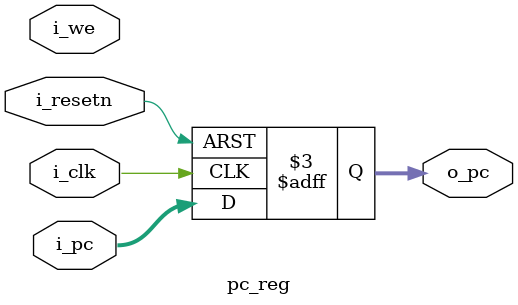
<source format=v>
module pc_reg(
    input i_clk, i_resetn, i_we, 
    input [31:0] i_pc, 
    output reg [31:0] o_pc
);

    always @(posedge i_clk or negedge i_resetn)
    begin
        if(!i_resetn)
            o_pc <= 1'b0;
        else
            o_pc <= i_pc;
    end

endmodule

</source>
